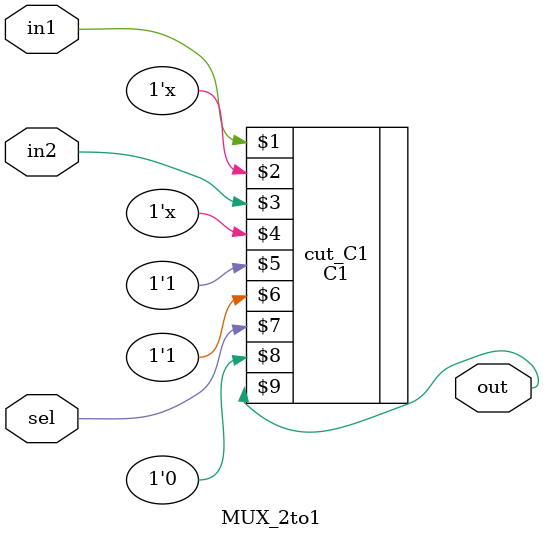
<source format=v>
`timescale 1ns/1ns

module MUX_2to1(input in1 , in2 , sel , output out);
  // sel == 0 in1 ; sel == 1 in2
  
  C1 cut_C1(in1 , 1'bz , in2 , 1'bz , 1'b1 , 1'b1 , sel , 1'b0 , out);
  
endmodule

</source>
